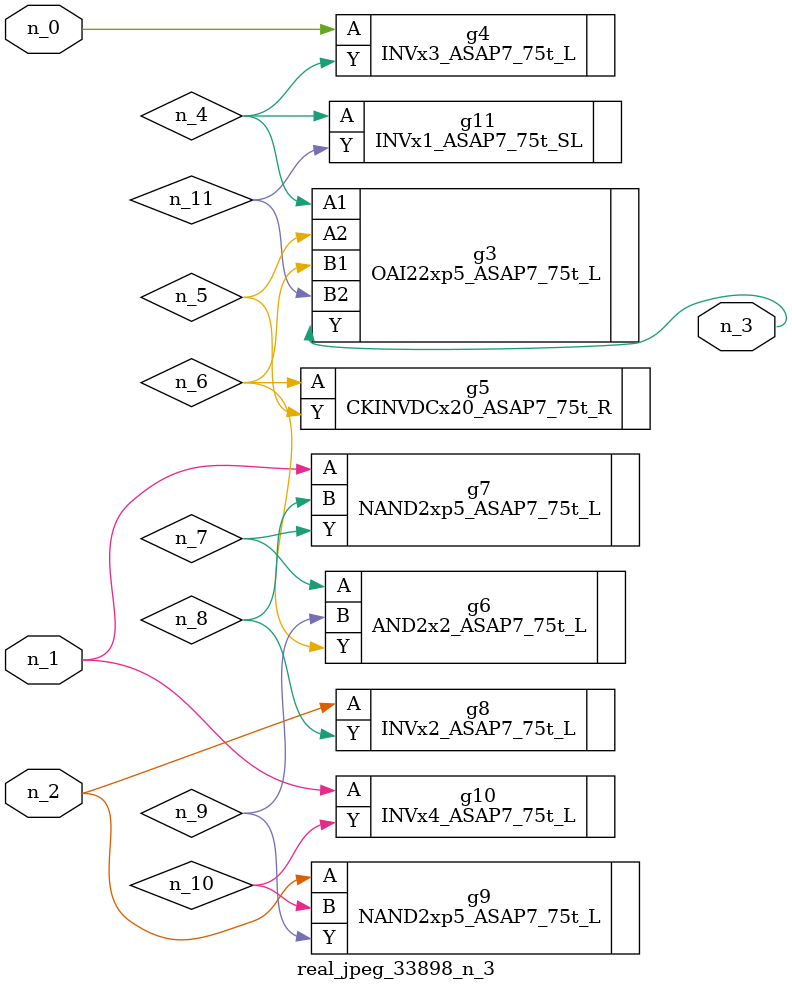
<source format=v>
module real_jpeg_33898_n_3 (n_1, n_0, n_2, n_3);

input n_1;
input n_0;
input n_2;

output n_3;

wire n_5;
wire n_8;
wire n_4;
wire n_11;
wire n_6;
wire n_7;
wire n_10;
wire n_9;

INVx3_ASAP7_75t_L g4 ( 
.A(n_0),
.Y(n_4)
);

NAND2xp5_ASAP7_75t_L g7 ( 
.A(n_1),
.B(n_8),
.Y(n_7)
);

INVx4_ASAP7_75t_L g10 ( 
.A(n_1),
.Y(n_10)
);

INVx2_ASAP7_75t_L g8 ( 
.A(n_2),
.Y(n_8)
);

NAND2xp5_ASAP7_75t_L g9 ( 
.A(n_2),
.B(n_10),
.Y(n_9)
);

OAI22xp5_ASAP7_75t_L g3 ( 
.A1(n_4),
.A2(n_5),
.B1(n_6),
.B2(n_11),
.Y(n_3)
);

INVx1_ASAP7_75t_SL g11 ( 
.A(n_4),
.Y(n_11)
);

CKINVDCx20_ASAP7_75t_R g5 ( 
.A(n_6),
.Y(n_5)
);

AND2x2_ASAP7_75t_L g6 ( 
.A(n_7),
.B(n_9),
.Y(n_6)
);


endmodule
</source>
